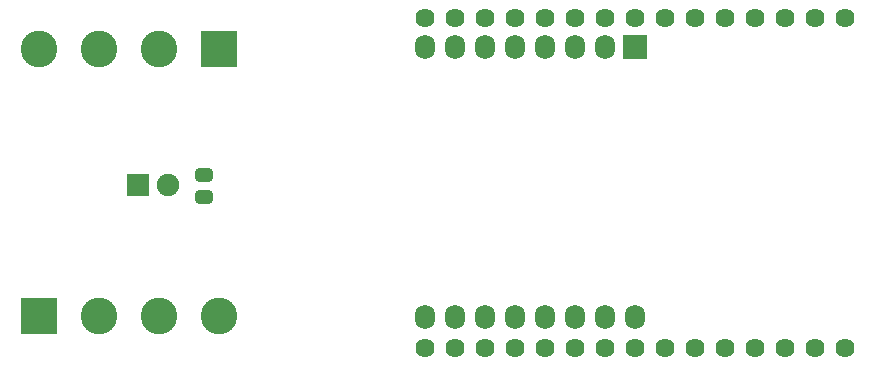
<source format=gbr>
%TF.GenerationSoftware,KiCad,Pcbnew,(6.0.4)*%
%TF.CreationDate,2022-04-29T21:33:46+01:00*%
%TF.ProjectId,environment_sensor,656e7669-726f-46e6-9d65-6e745f73656e,v0.1*%
%TF.SameCoordinates,Original*%
%TF.FileFunction,Soldermask,Top*%
%TF.FilePolarity,Negative*%
%FSLAX46Y46*%
G04 Gerber Fmt 4.6, Leading zero omitted, Abs format (unit mm)*
G04 Created by KiCad (PCBNEW (6.0.4)) date 2022-04-29 21:33:46*
%MOMM*%
%LPD*%
G01*
G04 APERTURE LIST*
G04 Aperture macros list*
%AMRoundRect*
0 Rectangle with rounded corners*
0 $1 Rounding radius*
0 $2 $3 $4 $5 $6 $7 $8 $9 X,Y pos of 4 corners*
0 Add a 4 corners polygon primitive as box body*
4,1,4,$2,$3,$4,$5,$6,$7,$8,$9,$2,$3,0*
0 Add four circle primitives for the rounded corners*
1,1,$1+$1,$2,$3*
1,1,$1+$1,$4,$5*
1,1,$1+$1,$6,$7*
1,1,$1+$1,$8,$9*
0 Add four rect primitives between the rounded corners*
20,1,$1+$1,$2,$3,$4,$5,0*
20,1,$1+$1,$4,$5,$6,$7,0*
20,1,$1+$1,$6,$7,$8,$9,0*
20,1,$1+$1,$8,$9,$2,$3,0*%
G04 Aperture macros list end*
%ADD10C,1.624000*%
%ADD11RoundRect,0.050000X-0.900000X-0.900000X0.900000X-0.900000X0.900000X0.900000X-0.900000X0.900000X0*%
%ADD12C,1.900000*%
%ADD13RoundRect,0.050000X-1.000000X1.000000X-1.000000X-1.000000X1.000000X-1.000000X1.000000X1.000000X0*%
%ADD14O,1.700000X2.100000*%
%ADD15RoundRect,0.300000X-0.450000X0.262500X-0.450000X-0.262500X0.450000X-0.262500X0.450000X0.262500X0*%
%ADD16RoundRect,0.050000X1.500000X1.500000X-1.500000X1.500000X-1.500000X-1.500000X1.500000X-1.500000X0*%
%ADD17C,3.100000*%
%ADD18RoundRect,0.050000X-1.500000X-1.500000X1.500000X-1.500000X1.500000X1.500000X-1.500000X1.500000X0*%
G04 APERTURE END LIST*
D10*
X193675000Y-81280000D03*
X191135000Y-81280000D03*
X188595000Y-81280000D03*
X186055000Y-81280000D03*
X183515000Y-81280000D03*
X180975000Y-81280000D03*
X178435000Y-81280000D03*
X175895000Y-81280000D03*
X173355000Y-81280000D03*
X170815000Y-81280000D03*
X168275000Y-81280000D03*
X165735000Y-81280000D03*
X163195000Y-81280000D03*
X160655000Y-81280000D03*
X158115000Y-81280000D03*
X158115000Y-109220000D03*
X160655000Y-109220000D03*
X163195000Y-109220000D03*
X165735000Y-109220000D03*
X168275000Y-109220000D03*
X170815000Y-109220000D03*
X173355000Y-109220000D03*
X175895000Y-109220000D03*
X178435000Y-109220000D03*
X180975000Y-109220000D03*
X183515000Y-109220000D03*
X186055000Y-109220000D03*
X188595000Y-109220000D03*
X191135000Y-109220000D03*
X193675000Y-109220000D03*
D11*
X133857000Y-95446500D03*
D12*
X136397000Y-95446500D03*
D13*
X175895000Y-83797000D03*
D14*
X173355000Y-83797000D03*
X170815000Y-83797000D03*
X168275000Y-83797000D03*
X165735000Y-83797000D03*
X163195000Y-83797000D03*
X160655000Y-83797000D03*
X158115000Y-83797000D03*
X158115000Y-106657000D03*
X160655000Y-106657000D03*
X163195000Y-106657000D03*
X165735000Y-106657000D03*
X168275000Y-106657000D03*
X170815000Y-106657000D03*
X173355000Y-106657000D03*
X175895000Y-106657000D03*
D15*
X139450000Y-94637500D03*
X139450000Y-96462500D03*
D16*
X140716000Y-83947000D03*
D17*
X135636000Y-83947000D03*
X130556000Y-83947000D03*
X125476000Y-83947000D03*
D18*
X125476000Y-106553000D03*
D17*
X130556000Y-106553000D03*
X135636000Y-106553000D03*
X140716000Y-106553000D03*
M02*

</source>
